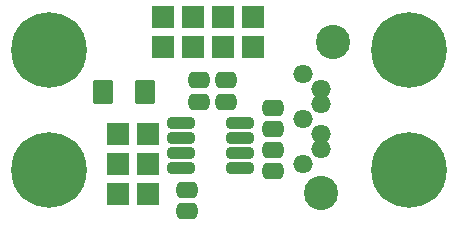
<source format=gbr>
%TF.GenerationSoftware,KiCad,Pcbnew,6.0.4-6f826c9f35~116~ubuntu20.04.1*%
%TF.CreationDate,2023-07-05T12:09:41+00:00*%
%TF.ProjectId,TTLLVDS01,54544c4c-5644-4533-9031-2e6b69636164,rev?*%
%TF.SameCoordinates,Original*%
%TF.FileFunction,Soldermask,Bot*%
%TF.FilePolarity,Negative*%
%FSLAX46Y46*%
G04 Gerber Fmt 4.6, Leading zero omitted, Abs format (unit mm)*
G04 Created by KiCad (PCBNEW 6.0.4-6f826c9f35~116~ubuntu20.04.1) date 2023-07-05 12:09:41*
%MOMM*%
%LPD*%
G01*
G04 APERTURE LIST*
G04 Aperture macros list*
%AMRoundRect*
0 Rectangle with rounded corners*
0 $1 Rounding radius*
0 $2 $3 $4 $5 $6 $7 $8 $9 X,Y pos of 4 corners*
0 Add a 4 corners polygon primitive as box body*
4,1,4,$2,$3,$4,$5,$6,$7,$8,$9,$2,$3,0*
0 Add four circle primitives for the rounded corners*
1,1,$1+$1,$2,$3*
1,1,$1+$1,$4,$5*
1,1,$1+$1,$6,$7*
1,1,$1+$1,$8,$9*
0 Add four rect primitives between the rounded corners*
20,1,$1+$1,$2,$3,$4,$5,0*
20,1,$1+$1,$4,$5,$6,$7,0*
20,1,$1+$1,$6,$7,$8,$9,0*
20,1,$1+$1,$8,$9,$2,$3,0*%
G04 Aperture macros list end*
%ADD10O,1.700000X1.500000*%
%ADD11C,2.900000*%
%ADD12RoundRect,0.200000X-0.762000X-0.762000X0.762000X-0.762000X0.762000X0.762000X-0.762000X0.762000X0*%
%ADD13RoundRect,0.200000X0.762000X-0.762000X0.762000X0.762000X-0.762000X0.762000X-0.762000X-0.762000X0*%
%ADD14RoundRect,0.200000X-0.762000X0.762000X-0.762000X-0.762000X0.762000X-0.762000X0.762000X0.762000X0*%
%ADD15C,6.400000*%
%ADD16RoundRect,0.350000X-0.825000X-0.150000X0.825000X-0.150000X0.825000X0.150000X-0.825000X0.150000X0*%
%ADD17RoundRect,0.450000X-0.450000X0.262500X-0.450000X-0.262500X0.450000X-0.262500X0.450000X0.262500X0*%
%ADD18RoundRect,0.200000X-0.650000X-0.850000X0.650000X-0.850000X0.650000X0.850000X-0.650000X0.850000X0*%
%ADD19RoundRect,0.450000X0.450000X-0.262500X0.450000X0.262500X-0.450000X0.262500X-0.450000X-0.262500X0*%
G04 APERTURE END LIST*
D10*
%TO.C,J6*%
X26644600Y5562600D03*
X28144600Y6832600D03*
X28144600Y8102600D03*
X26644600Y9372600D03*
X28144600Y10642600D03*
X28144600Y11912600D03*
X26644600Y13182600D03*
D11*
X29144600Y15932600D03*
X28144600Y3102600D03*
%TD*%
D12*
%TO.C,J1*%
X10922000Y8128000D03*
X13462000Y8128000D03*
X10922000Y5588000D03*
X13462000Y5588000D03*
X10922000Y3048000D03*
X13462000Y3048000D03*
%TD*%
D13*
%TO.C,J2*%
X19812000Y15494000D03*
X19812000Y18034000D03*
%TD*%
D14*
%TO.C,J3*%
X14732000Y18034000D03*
X14732000Y15494000D03*
%TD*%
%TO.C,J4*%
X17272000Y18034000D03*
X17272000Y15494000D03*
%TD*%
%TO.C,J5*%
X22352000Y18034000D03*
X22352000Y15494000D03*
%TD*%
D15*
%TO.C,M1*%
X35560000Y15240000D03*
%TD*%
%TO.C,M2*%
X5080000Y5080000D03*
%TD*%
%TO.C,M3*%
X5080000Y15240000D03*
%TD*%
%TO.C,M4*%
X35560000Y5080000D03*
%TD*%
D16*
%TO.C,U1*%
X16321000Y5207000D03*
X16321000Y6477000D03*
X16321000Y7747000D03*
X16321000Y9017000D03*
X21271000Y9017000D03*
X21271000Y7747000D03*
X21271000Y6477000D03*
X21271000Y5207000D03*
%TD*%
D17*
%TO.C,C2*%
X16764000Y3389000D03*
X16764000Y1564000D03*
%TD*%
D18*
%TO.C,D1*%
X9708000Y11684000D03*
X13208000Y11684000D03*
%TD*%
D19*
%TO.C,R1*%
X20066000Y10835000D03*
X20066000Y12660000D03*
%TD*%
%TO.C,R2*%
X17780000Y10835000D03*
X17780000Y12660000D03*
%TD*%
%TO.C,R3*%
X24066500Y4929500D03*
X24066500Y6754500D03*
%TD*%
%TO.C,R4*%
X24066500Y8485500D03*
X24066500Y10310500D03*
%TD*%
M02*

</source>
